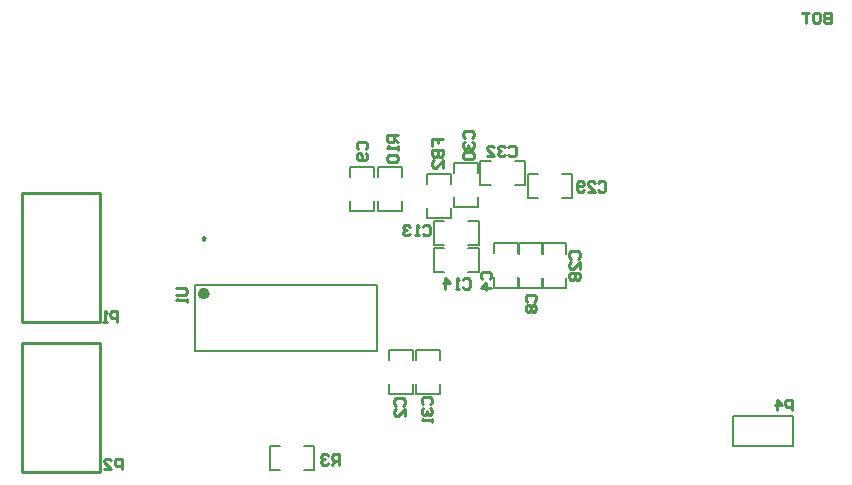
<source format=gbo>
G04*
G04 #@! TF.GenerationSoftware,Altium Limited,Altium Designer,22.2.1 (43)*
G04*
G04 Layer_Color=32896*
%FSLAX25Y25*%
%MOIN*%
G70*
G04*
G04 #@! TF.SameCoordinates,3A658960-9040-4E96-AE8A-DEED508C0D5D*
G04*
G04*
G04 #@! TF.FilePolarity,Positive*
G04*
G01*
G75*
%ADD10C,0.00984*%
%ADD12C,0.00700*%
%ADD13C,0.00787*%
%ADD14C,0.01000*%
%ADD15C,0.00866*%
%ADD60C,0.01968*%
D10*
X259429Y157893D02*
X258691Y158320D01*
Y157467D01*
X259429Y157893D01*
D12*
X351261Y183528D02*
X354661D01*
X351261Y179528D02*
Y183528D01*
Y175528D02*
Y179528D01*
Y175528D02*
X354661D01*
X362661D02*
X366061D01*
Y179528D01*
Y183528D01*
X362661D02*
X366061D01*
X315811Y178347D02*
Y181746D01*
X311811D02*
X315811D01*
X307811D02*
X311811D01*
X307811Y178347D02*
Y181746D01*
Y166946D02*
Y170346D01*
Y166946D02*
X311811D01*
X315811D01*
Y170346D01*
X317260Y167009D02*
Y170409D01*
Y167009D02*
X321260D01*
X325260D01*
Y170409D01*
Y178409D02*
Y181809D01*
X321260D02*
X325260D01*
X317260D02*
X321260D01*
X317260Y178409D02*
Y181809D01*
X378410Y171197D02*
X381809D01*
Y175197D01*
Y179197D01*
X378410D02*
X381809D01*
X367009D02*
X370409D01*
X367009Y175197D02*
Y179197D01*
Y171197D02*
Y175197D01*
Y171197D02*
X370409D01*
X350457Y179591D02*
Y182991D01*
X346457D02*
X350457D01*
X342457D02*
X346457D01*
X342457Y179591D02*
Y182991D01*
Y168191D02*
Y171591D01*
Y168191D02*
X346457D01*
X350457D01*
Y171591D01*
X333402Y164647D02*
Y168047D01*
Y164647D02*
X337402D01*
X341402D01*
Y168047D01*
Y176047D02*
Y179447D01*
X337402D02*
X341402D01*
X333402D02*
X337402D01*
X333402Y176047D02*
Y179447D01*
X335907Y163842D02*
X339307D01*
X335907Y159843D02*
Y163842D01*
Y155842D02*
Y159843D01*
Y155842D02*
X339307D01*
X347307D02*
X350707D01*
Y159843D01*
Y163842D01*
X347307D02*
X350707D01*
X335907Y154787D02*
X339307D01*
X335907Y150787D02*
Y154787D01*
Y146787D02*
Y150787D01*
Y146787D02*
X339307D01*
X347307D02*
X350707D01*
Y150787D01*
Y154787D01*
X347307D02*
X350707D01*
X355842Y141482D02*
Y144882D01*
Y141482D02*
X359842D01*
X363843D01*
Y144882D01*
Y152882D02*
Y156282D01*
X359842D02*
X363843D01*
X355842D02*
X359842D01*
X355842Y152882D02*
Y156282D01*
X364110Y141419D02*
Y144819D01*
Y141419D02*
X368110D01*
X372110D01*
Y144819D01*
Y152819D02*
Y156219D01*
X368110D02*
X372110D01*
X364110D02*
X368110D01*
X364110Y152819D02*
Y156219D01*
X371984Y141419D02*
Y144819D01*
Y141419D02*
X375984D01*
X379984D01*
Y144819D01*
Y152819D02*
Y156219D01*
X375984D02*
X379984D01*
X371984D02*
X375984D01*
X371984Y152819D02*
Y156219D01*
X337858Y117386D02*
Y120786D01*
X333858D02*
X337858D01*
X329858D02*
X333858D01*
X329858Y117386D02*
Y120786D01*
Y105986D02*
Y109386D01*
Y105986D02*
X333858D01*
X337858D01*
Y109386D01*
X328803Y117386D02*
Y120786D01*
X324803D02*
X328803D01*
X320803D02*
X324803D01*
X320803Y117386D02*
Y120786D01*
Y105986D02*
Y109386D01*
Y105986D02*
X324803D01*
X328803D01*
Y109386D01*
X281183Y88646D02*
X284583D01*
X281183Y84646D02*
Y88646D01*
Y80646D02*
Y84646D01*
Y80646D02*
X284583D01*
X292583D02*
X295983D01*
Y84646D01*
Y88646D01*
X292583D02*
X295983D01*
D13*
X435394Y88701D02*
Y98701D01*
Y88701D02*
X455394D01*
Y98701D01*
X435394D02*
X455394D01*
X256122Y120468D02*
Y142351D01*
Y120468D02*
X316752D01*
Y142351D01*
X256122D02*
X316752D01*
D14*
X198417Y130035D02*
X224417D01*
X198417D02*
Y173035D01*
X224417D01*
Y130035D02*
Y173035D01*
X198417Y80035D02*
X224417D01*
X198417D02*
Y123035D01*
X224417D01*
Y80035D02*
Y123035D01*
D15*
X360629Y188189D02*
X361220Y188779D01*
X362400D01*
X362991Y188189D01*
Y185827D01*
X362400Y185237D01*
X361220D01*
X360629Y185827D01*
X359448Y188189D02*
X358858Y188779D01*
X357677D01*
X357087Y188189D01*
Y187598D01*
X357677Y187008D01*
X358268D01*
X357677D01*
X357087Y186417D01*
Y185827D01*
X357677Y185237D01*
X358858D01*
X359448Y185827D01*
X353545Y185237D02*
X355906D01*
X353545Y187598D01*
Y188189D01*
X354135Y188779D01*
X355316D01*
X355906Y188189D01*
X468032Y233149D02*
Y229606D01*
X466260D01*
X465670Y230197D01*
Y230787D01*
X466260Y231377D01*
X468032D01*
X466260D01*
X465670Y231968D01*
Y232558D01*
X466260Y233149D01*
X468032D01*
X462718D02*
X463899D01*
X464489Y232558D01*
Y230197D01*
X463899Y229606D01*
X462718D01*
X462128Y230197D01*
Y232558D01*
X462718Y233149D01*
X460947D02*
X458586D01*
X459766D01*
Y229606D01*
X332284Y102559D02*
X331694Y103149D01*
Y104330D01*
X332284Y104920D01*
X334645D01*
X335236Y104330D01*
Y103149D01*
X334645Y102559D01*
X332284Y101378D02*
X331694Y100787D01*
Y99607D01*
X332284Y99016D01*
X332874D01*
X333465Y99607D01*
Y100197D01*
Y99607D01*
X334055Y99016D01*
X334645D01*
X335236Y99607D01*
Y100787D01*
X334645Y101378D01*
X335236Y97836D02*
Y96655D01*
Y97245D01*
X331694D01*
X332284Y97836D01*
X230314Y130119D02*
Y133661D01*
X228543D01*
X227953Y133071D01*
Y131890D01*
X228543Y131299D01*
X230314D01*
X226772Y130119D02*
X225591D01*
X226182D01*
Y133661D01*
X226772Y133071D01*
X249804Y141338D02*
X252755D01*
X253346Y140747D01*
Y139567D01*
X252755Y138976D01*
X249804D01*
X253346Y137796D02*
Y136615D01*
Y137205D01*
X249804D01*
X250394Y137796D01*
X323818Y192223D02*
X320276D01*
Y190452D01*
X320866Y189862D01*
X322047D01*
X322638Y190452D01*
Y192223D01*
Y191042D02*
X323818Y189862D01*
Y188681D02*
Y187500D01*
Y188091D01*
X320276D01*
X320866Y188681D01*
Y185729D02*
X320276Y185139D01*
Y183958D01*
X320866Y183368D01*
X323228D01*
X323818Y183958D01*
Y185139D01*
X323228Y185729D01*
X320866D01*
X304133Y82481D02*
Y86023D01*
X302362D01*
X301771Y85433D01*
Y84252D01*
X302362Y83662D01*
X304133D01*
X302952D02*
X301771Y82481D01*
X300591Y85433D02*
X300000Y86023D01*
X298820D01*
X298229Y85433D01*
Y84842D01*
X298820Y84252D01*
X299410D01*
X298820D01*
X298229Y83662D01*
Y83071D01*
X298820Y82481D01*
X300000D01*
X300591Y83071D01*
X455314Y100591D02*
Y104133D01*
X453543D01*
X452953Y103543D01*
Y102362D01*
X453543Y101772D01*
X455314D01*
X450001Y100591D02*
Y104133D01*
X451772Y102362D01*
X449410D01*
X231692Y80906D02*
Y84448D01*
X229921D01*
X229330Y83858D01*
Y82677D01*
X229921Y82087D01*
X231692D01*
X225788Y80906D02*
X228150D01*
X225788Y83267D01*
Y83858D01*
X226379Y84448D01*
X227559D01*
X228150Y83858D01*
X335237Y188582D02*
Y190943D01*
X337008D01*
Y189763D01*
Y190943D01*
X338779D01*
X335237Y187401D02*
X338779D01*
Y185630D01*
X338189Y185040D01*
X337598D01*
X337008Y185630D01*
Y187401D01*
Y185630D01*
X336418Y185040D01*
X335827D01*
X335237Y185630D01*
Y187401D01*
X338779Y181498D02*
Y183859D01*
X336418Y181498D01*
X335827D01*
X335237Y182088D01*
Y183269D01*
X335827Y183859D01*
X346063Y191338D02*
X345473Y191928D01*
Y193109D01*
X346063Y193699D01*
X348425D01*
X349015Y193109D01*
Y191928D01*
X348425Y191338D01*
X346063Y190157D02*
X345473Y189567D01*
Y188386D01*
X346063Y187796D01*
X346654D01*
X347244Y188386D01*
Y188976D01*
Y188386D01*
X347834Y187796D01*
X348425D01*
X349015Y188386D01*
Y189567D01*
X348425Y190157D01*
X346063Y186615D02*
X345473Y186025D01*
Y184844D01*
X346063Y184254D01*
X348425D01*
X349015Y184844D01*
Y186025D01*
X348425Y186615D01*
X346063D01*
X390550Y176378D02*
X391141Y176968D01*
X392321D01*
X392912Y176378D01*
Y174016D01*
X392321Y173426D01*
X391141D01*
X390550Y174016D01*
X387008Y173426D02*
X389370D01*
X387008Y175787D01*
Y176378D01*
X387599Y176968D01*
X388779D01*
X389370Y176378D01*
X385827Y174016D02*
X385237Y173426D01*
X384056D01*
X383466Y174016D01*
Y176378D01*
X384056Y176968D01*
X385237D01*
X385827Y176378D01*
Y175787D01*
X385237Y175197D01*
X383466D01*
X381496Y151180D02*
X380906Y151771D01*
Y152951D01*
X381496Y153542D01*
X383858D01*
X384448Y152951D01*
Y151771D01*
X383858Y151180D01*
X384448Y147638D02*
Y150000D01*
X382087Y147638D01*
X381496D01*
X380906Y148229D01*
Y149409D01*
X381496Y150000D01*
Y146458D02*
X380906Y145867D01*
Y144686D01*
X381496Y144096D01*
X382087D01*
X382677Y144686D01*
X383267Y144096D01*
X383858D01*
X384448Y144686D01*
Y145867D01*
X383858Y146458D01*
X383267D01*
X382677Y145867D01*
X382087Y146458D01*
X381496D01*
X382677Y145867D02*
Y144686D01*
X345373Y144094D02*
X345964Y144685D01*
X347144D01*
X347735Y144094D01*
Y141733D01*
X347144Y141142D01*
X345964D01*
X345373Y141733D01*
X344193Y141142D02*
X343012D01*
X343602D01*
Y144685D01*
X344193Y144094D01*
X339470Y141142D02*
Y144685D01*
X341241Y142913D01*
X338879D01*
X331988Y161811D02*
X332578Y162401D01*
X333759D01*
X334349Y161811D01*
Y159449D01*
X333759Y158859D01*
X332578D01*
X331988Y159449D01*
X330807Y158859D02*
X329626D01*
X330216D01*
Y162401D01*
X330807Y161811D01*
X327855D02*
X327265Y162401D01*
X326084D01*
X325494Y161811D01*
Y161220D01*
X326084Y160630D01*
X326674D01*
X326084D01*
X325494Y160040D01*
Y159449D01*
X326084Y158859D01*
X327265D01*
X327855Y159449D01*
X310630Y187598D02*
X310040Y188189D01*
Y189369D01*
X310630Y189960D01*
X312992D01*
X313582Y189369D01*
Y188189D01*
X312992Y187598D01*
Y186417D02*
X313582Y185827D01*
Y184646D01*
X312992Y184056D01*
X310630D01*
X310040Y184646D01*
Y185827D01*
X310630Y186417D01*
X311221D01*
X311811Y185827D01*
Y184056D01*
X366930Y136811D02*
X366339Y137401D01*
Y138582D01*
X366930Y139172D01*
X369291D01*
X369881Y138582D01*
Y137401D01*
X369291Y136811D01*
X366930Y135630D02*
X366339Y135040D01*
Y133859D01*
X366930Y133269D01*
X367520D01*
X368110Y133859D01*
X368701Y133269D01*
X369291D01*
X369881Y133859D01*
Y135040D01*
X369291Y135630D01*
X368701D01*
X368110Y135040D01*
X367520Y135630D01*
X366930D01*
X368110Y135040D02*
Y133859D01*
X351969Y144291D02*
X351378Y144881D01*
Y146062D01*
X351969Y146653D01*
X354330D01*
X354921Y146062D01*
Y144881D01*
X354330Y144291D01*
X354921Y141339D02*
X351378D01*
X353150Y143110D01*
Y140749D01*
X323229Y102165D02*
X322638Y102755D01*
Y103936D01*
X323229Y104527D01*
X325590D01*
X326181Y103936D01*
Y102755D01*
X325590Y102165D01*
X326181Y98623D02*
Y100984D01*
X323819Y98623D01*
X323229D01*
X322638Y99213D01*
Y100394D01*
X323229Y100984D01*
D60*
X260059Y139398D02*
X259567Y140251D01*
X258583D01*
X258091Y139398D01*
X258583Y138546D01*
X259567D01*
X260059Y139398D01*
M02*

</source>
